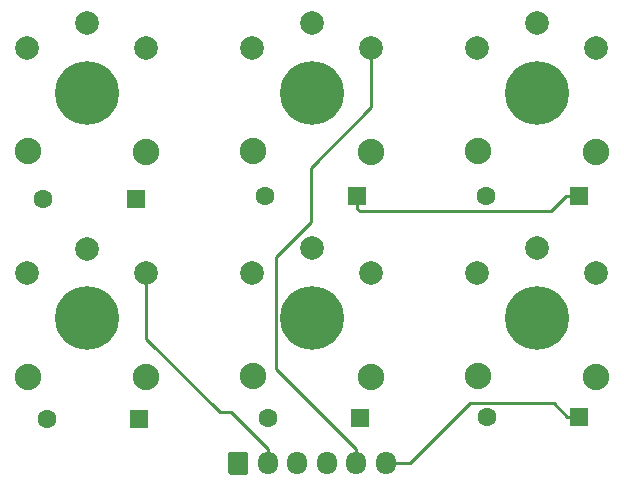
<source format=gbl>
G04 #@! TF.GenerationSoftware,KiCad,Pcbnew,(5.1.5-0-10_14)*
G04 #@! TF.CreationDate,2020-10-11T12:28:21+03:00*
G04 #@! TF.ProjectId,LogiMech,4c6f6769-4d65-4636-982e-6b696361645f,rev?*
G04 #@! TF.SameCoordinates,Original*
G04 #@! TF.FileFunction,Copper,L2,Bot*
G04 #@! TF.FilePolarity,Positive*
%FSLAX46Y46*%
G04 Gerber Fmt 4.6, Leading zero omitted, Abs format (unit mm)*
G04 Created by KiCad (PCBNEW (5.1.5-0-10_14)) date 2020-10-11 12:28:21*
%MOMM*%
%LPD*%
G04 APERTURE LIST*
%ADD10O,1.700000X1.950000*%
%ADD11C,0.100000*%
%ADD12C,1.600000*%
%ADD13R,1.600000X1.600000*%
%ADD14C,5.400000*%
%ADD15C,2.240000*%
%ADD16C,2.000000*%
%ADD17C,0.250000*%
G04 APERTURE END LIST*
D10*
X134810000Y-107520000D03*
X132310000Y-107520000D03*
X129810000Y-107520000D03*
X127310000Y-107520000D03*
X124810000Y-107520000D03*
G04 #@! TA.AperFunction,ComponentPad*
D11*
G36*
X122934504Y-106546204D02*
G01*
X122958773Y-106549804D01*
X122982571Y-106555765D01*
X123005671Y-106564030D01*
X123027849Y-106574520D01*
X123048893Y-106587133D01*
X123068598Y-106601747D01*
X123086777Y-106618223D01*
X123103253Y-106636402D01*
X123117867Y-106656107D01*
X123130480Y-106677151D01*
X123140970Y-106699329D01*
X123149235Y-106722429D01*
X123155196Y-106746227D01*
X123158796Y-106770496D01*
X123160000Y-106795000D01*
X123160000Y-108245000D01*
X123158796Y-108269504D01*
X123155196Y-108293773D01*
X123149235Y-108317571D01*
X123140970Y-108340671D01*
X123130480Y-108362849D01*
X123117867Y-108383893D01*
X123103253Y-108403598D01*
X123086777Y-108421777D01*
X123068598Y-108438253D01*
X123048893Y-108452867D01*
X123027849Y-108465480D01*
X123005671Y-108475970D01*
X122982571Y-108484235D01*
X122958773Y-108490196D01*
X122934504Y-108493796D01*
X122910000Y-108495000D01*
X121710000Y-108495000D01*
X121685496Y-108493796D01*
X121661227Y-108490196D01*
X121637429Y-108484235D01*
X121614329Y-108475970D01*
X121592151Y-108465480D01*
X121571107Y-108452867D01*
X121551402Y-108438253D01*
X121533223Y-108421777D01*
X121516747Y-108403598D01*
X121502133Y-108383893D01*
X121489520Y-108362849D01*
X121479030Y-108340671D01*
X121470765Y-108317571D01*
X121464804Y-108293773D01*
X121461204Y-108269504D01*
X121460000Y-108245000D01*
X121460000Y-106795000D01*
X121461204Y-106770496D01*
X121464804Y-106746227D01*
X121470765Y-106722429D01*
X121479030Y-106699329D01*
X121489520Y-106677151D01*
X121502133Y-106656107D01*
X121516747Y-106636402D01*
X121533223Y-106618223D01*
X121551402Y-106601747D01*
X121571107Y-106587133D01*
X121592151Y-106574520D01*
X121614329Y-106564030D01*
X121637429Y-106555765D01*
X121661227Y-106549804D01*
X121685496Y-106546204D01*
X121710000Y-106545000D01*
X122910000Y-106545000D01*
X122934504Y-106546204D01*
G37*
G04 #@! TD.AperFunction*
D12*
X106120000Y-103790000D03*
D13*
X113920000Y-103790000D03*
X113630000Y-85140000D03*
D12*
X105830000Y-85140000D03*
D13*
X132640000Y-103710000D03*
D12*
X124840000Y-103710000D03*
X124620000Y-84920000D03*
D13*
X132420000Y-84920000D03*
D12*
X143410000Y-103570000D03*
D13*
X151210000Y-103570000D03*
X151140000Y-84920000D03*
D12*
X143340000Y-84920000D03*
D14*
X109537500Y-95250000D03*
D15*
X104533700Y-100177600D03*
X114541300Y-100253800D03*
D16*
X114554000Y-91440000D03*
X109537500Y-89344500D03*
X104457500Y-91440000D03*
X104457500Y-72339200D03*
X109537500Y-70243700D03*
X114554000Y-72339200D03*
D15*
X114541300Y-81153000D03*
X104533700Y-81076800D03*
D14*
X109537500Y-76149200D03*
X128587500Y-95199200D03*
D15*
X123583700Y-100126800D03*
X133591300Y-100203000D03*
D16*
X133604000Y-91389200D03*
X128587500Y-89293700D03*
X123507500Y-91389200D03*
X123507500Y-72339200D03*
X128587500Y-70243700D03*
X133604000Y-72339200D03*
D15*
X133591300Y-81153000D03*
X123583700Y-81076800D03*
D14*
X128587500Y-76149200D03*
X147637500Y-95199200D03*
D15*
X142633700Y-100126800D03*
X152641300Y-100203000D03*
D16*
X152654000Y-91389200D03*
X147637500Y-89293700D03*
X142557500Y-91389200D03*
X142557500Y-72339200D03*
X147637500Y-70243700D03*
X152654000Y-72339200D03*
D15*
X152641300Y-81153000D03*
X142633700Y-81076800D03*
D14*
X147637500Y-76149200D03*
D17*
X150160000Y-103570000D02*
X149034999Y-102444999D01*
X149034999Y-102444999D02*
X141935001Y-102444999D01*
X151210000Y-103570000D02*
X150160000Y-103570000D01*
X136860000Y-107520000D02*
X134810000Y-107520000D01*
X141935001Y-102444999D02*
X136860000Y-107520000D01*
X148830000Y-86180000D02*
X132630000Y-86180000D01*
X150090000Y-84920000D02*
X148830000Y-86180000D01*
X132420000Y-85970000D02*
X132420000Y-84920000D01*
X132630000Y-86180000D02*
X132420000Y-85970000D01*
X151140000Y-84920000D02*
X150090000Y-84920000D01*
X114554000Y-91440000D02*
X114554000Y-96964000D01*
X114554000Y-96964000D02*
X120780000Y-103190000D01*
X124810000Y-106295000D02*
X124810000Y-107520000D01*
X121705000Y-103190000D02*
X124810000Y-106295000D01*
X120780000Y-103190000D02*
X121705000Y-103190000D01*
X133604000Y-77366000D02*
X133604000Y-72339200D01*
X125562499Y-90017501D02*
X128450000Y-87130000D01*
X128450000Y-87130000D02*
X128450000Y-82520000D01*
X128450000Y-82520000D02*
X133604000Y-77366000D01*
X125562499Y-99547499D02*
X125562499Y-90017501D01*
X132310000Y-106295000D02*
X125562499Y-99547499D01*
X132310000Y-107520000D02*
X132310000Y-106295000D01*
M02*

</source>
